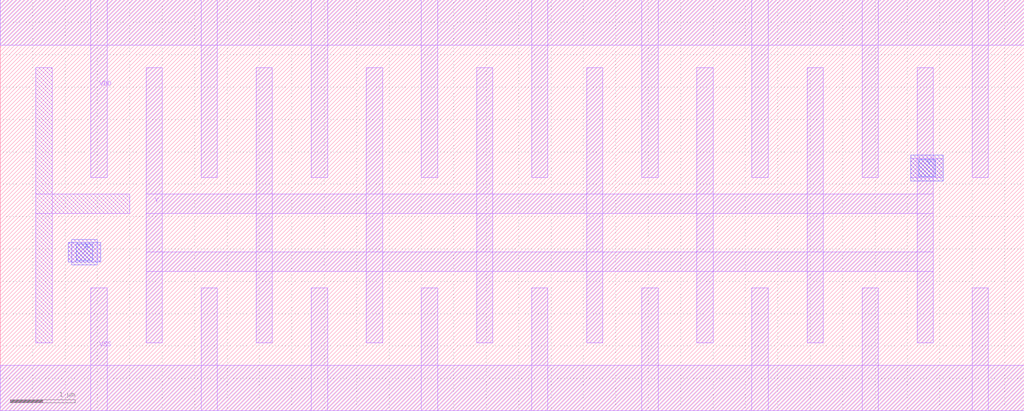
<source format=lef>
# Copyright 2022 Google LLC
# Licensed under the Apache License, Version 2.0 (the "License");
# you may not use this file except in compliance with the License.
# You may obtain a copy of the License at
#
#      http://www.apache.org/licenses/LICENSE-2.0
#
# Unless required by applicable law or agreed to in writing, software
# distributed under the License is distributed on an "AS IS" BASIS,
# WITHOUT WARRANTIES OR CONDITIONS OF ANY KIND, either express or implied.
# See the License for the specific language governing permissions and
# limitations under the License.
VERSION 5.7 ;
BUSBITCHARS "[]" ;
DIVIDERCHAR "/" ;

MACRO gf180mcu_osu_sc_gp9t3v3__buf_16
  CLASS CORE ;
  ORIGIN 0 0 ;
  FOREIGN gf180mcu_osu_sc_gp9t3v3__buf_16 0 0 ;
  SIZE 15.8 BY 6.35 ;
  SYMMETRY X Y ;
  SITE gf180mcu_osu_sc_gp9t3v3 ;
  PIN VDD
    DIRECTION INOUT ;
    USE POWER ;
    SHAPE ABUTMENT ;
    PORT
      LAYER Metal1 ;
        RECT 0 5.65 15.8 6.35 ;
        RECT 15 3.6 15.25 6.35 ;
        RECT 13.3 3.6 13.55 6.35 ;
        RECT 11.6 3.6 11.85 6.35 ;
        RECT 9.9 3.6 10.15 6.35 ;
        RECT 8.2 3.6 8.45 6.35 ;
        RECT 6.5 3.6 6.75 6.35 ;
        RECT 4.8 3.6 5.05 6.35 ;
        RECT 3.1 3.6 3.35 6.35 ;
        RECT 1.4 3.6 1.65 6.35 ;
    END
  END VDD
  PIN VSS
    DIRECTION INOUT ;
    USE GROUND ;
    SHAPE ABUTMENT ;
    PORT
      LAYER Metal1 ;
        RECT 0 0 15.8 0.7 ;
        RECT 15 0 15.25 1.9 ;
        RECT 13.3 0 13.55 1.9 ;
        RECT 11.6 0 11.85 1.9 ;
        RECT 9.9 0 10.15 1.9 ;
        RECT 8.2 0 8.45 1.9 ;
        RECT 6.5 0 6.75 1.9 ;
        RECT 4.8 0 5.05 1.9 ;
        RECT 3.1 0 3.35 1.9 ;
        RECT 1.4 0 1.65 1.9 ;
    END
  END VSS
  PIN A
    DIRECTION INPUT ;
    USE SIGNAL ;
    PORT
      LAYER Metal1 ;
        RECT 1.05 2.3 1.55 2.6 ;
      LAYER Metal2 ;
        RECT 1.05 2.3 1.55 2.6 ;
        RECT 1.1 2.25 1.5 2.65 ;
      LAYER Via1 ;
        RECT 1.17 2.32 1.43 2.58 ;
    END
  END A
  PIN Y
    DIRECTION OUTPUT ;
    USE SIGNAL ;
    PORT
      LAYER Metal1 ;
        RECT 14.05 3.6 14.55 3.9 ;
        RECT 14.15 1.05 14.4 5.3 ;
        RECT 2.25 3.05 14.4 3.35 ;
        RECT 2.25 2.15 14.4 2.45 ;
        RECT 12.45 1.05 12.7 5.3 ;
        RECT 10.75 1.05 11 5.3 ;
        RECT 9.05 1.05 9.3 5.3 ;
        RECT 7.35 1.05 7.6 5.3 ;
        RECT 5.65 1.05 5.9 5.3 ;
        RECT 3.95 1.05 4.2 5.3 ;
        RECT 2.25 1.05 2.5 5.3 ;
      LAYER Metal2 ;
        RECT 14.05 3.55 14.55 3.95 ;
      LAYER Via1 ;
        RECT 14.17 3.62 14.43 3.88 ;
    END
  END Y
  OBS
    LAYER Metal1 ;
      RECT 0.55 1.05 0.8 5.3 ;
      RECT 0.55 3.05 2 3.35 ;
  END
END gf180mcu_osu_sc_gp9t3v3__buf_16

</source>
